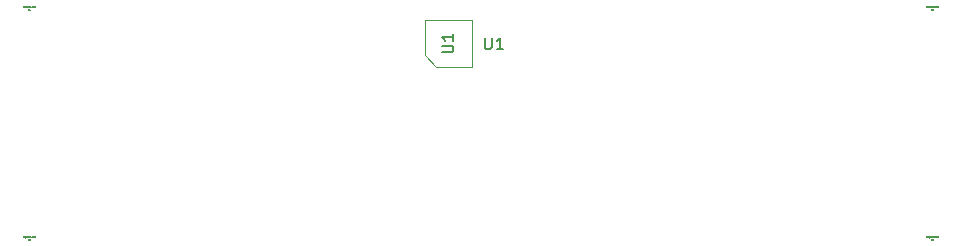
<source format=gbr>
G04 #@! TF.GenerationSoftware,KiCad,Pcbnew,5.1.9*
G04 #@! TF.CreationDate,2021-04-23T11:43:10+02:00*
G04 #@! TF.ProjectId,picsyle-R_als_868,70696373-796c-4652-9d52-5f616c735f38,rev?*
G04 #@! TF.SameCoordinates,Original*
G04 #@! TF.FileFunction,Other,Fab,Top*
%FSLAX46Y46*%
G04 Gerber Fmt 4.6, Leading zero omitted, Abs format (unit mm)*
G04 Created by KiCad (PCBNEW 5.1.9) date 2021-04-23 11:43:10*
%MOMM*%
%LPD*%
G01*
G04 APERTURE LIST*
%ADD10C,0.100000*%
%ADD11C,0.010000*%
%ADD12C,0.150000*%
G04 APERTURE END LIST*
D10*
X97002160Y-99012700D02*
X97002160Y-96012700D01*
X97002160Y-96012700D02*
X101002160Y-96012700D01*
X101002160Y-96012700D02*
X101002160Y-100012700D01*
X101002160Y-100012700D02*
X98002160Y-100012700D01*
X98002160Y-100012700D02*
X97002160Y-99012700D01*
D11*
X139923809Y-114670238D02*
X139923809Y-114570238D01*
X139923809Y-114617857D02*
X139980952Y-114617857D01*
X139980952Y-114670238D02*
X139980952Y-114570238D01*
X140071428Y-114603571D02*
X140071428Y-114670238D01*
X140047619Y-114565476D02*
X140023809Y-114636904D01*
X140085714Y-114636904D01*
X139545238Y-114353571D02*
X139545238Y-114420238D01*
X139502380Y-114353571D02*
X139502380Y-114405952D01*
X139507142Y-114415476D01*
X139516666Y-114420238D01*
X139530952Y-114420238D01*
X139540476Y-114415476D01*
X139545238Y-114410714D01*
X139592857Y-114353571D02*
X139592857Y-114420238D01*
X139592857Y-114363095D02*
X139597619Y-114358333D01*
X139607142Y-114353571D01*
X139621428Y-114353571D01*
X139630952Y-114358333D01*
X139635714Y-114367857D01*
X139635714Y-114420238D01*
X139683333Y-114353571D02*
X139683333Y-114453571D01*
X139683333Y-114358333D02*
X139692857Y-114353571D01*
X139711904Y-114353571D01*
X139721428Y-114358333D01*
X139726190Y-114363095D01*
X139730952Y-114372619D01*
X139730952Y-114401190D01*
X139726190Y-114410714D01*
X139721428Y-114415476D01*
X139711904Y-114420238D01*
X139692857Y-114420238D01*
X139683333Y-114415476D01*
X139788095Y-114420238D02*
X139778571Y-114415476D01*
X139773809Y-114405952D01*
X139773809Y-114320238D01*
X139869047Y-114420238D02*
X139869047Y-114367857D01*
X139864285Y-114358333D01*
X139854761Y-114353571D01*
X139835714Y-114353571D01*
X139826190Y-114358333D01*
X139869047Y-114415476D02*
X139859523Y-114420238D01*
X139835714Y-114420238D01*
X139826190Y-114415476D01*
X139821428Y-114405952D01*
X139821428Y-114396428D01*
X139826190Y-114386904D01*
X139835714Y-114382142D01*
X139859523Y-114382142D01*
X139869047Y-114377380D01*
X139902380Y-114353571D02*
X139940476Y-114353571D01*
X139916666Y-114320238D02*
X139916666Y-114405952D01*
X139921428Y-114415476D01*
X139930952Y-114420238D01*
X139940476Y-114420238D01*
X140011904Y-114415476D02*
X140002380Y-114420238D01*
X139983333Y-114420238D01*
X139973809Y-114415476D01*
X139969047Y-114405952D01*
X139969047Y-114367857D01*
X139973809Y-114358333D01*
X139983333Y-114353571D01*
X140002380Y-114353571D01*
X140011904Y-114358333D01*
X140016666Y-114367857D01*
X140016666Y-114377380D01*
X139969047Y-114386904D01*
X140102380Y-114420238D02*
X140102380Y-114320238D01*
X140102380Y-114415476D02*
X140092857Y-114420238D01*
X140073809Y-114420238D01*
X140064285Y-114415476D01*
X140059523Y-114410714D01*
X140054761Y-114401190D01*
X140054761Y-114372619D01*
X140059523Y-114363095D01*
X140064285Y-114358333D01*
X140073809Y-114353571D01*
X140092857Y-114353571D01*
X140102380Y-114358333D01*
X140126190Y-114429761D02*
X140202380Y-114429761D01*
X140226190Y-114420238D02*
X140226190Y-114320238D01*
X140269047Y-114420238D02*
X140269047Y-114367857D01*
X140264285Y-114358333D01*
X140254761Y-114353571D01*
X140240476Y-114353571D01*
X140230952Y-114358333D01*
X140226190Y-114363095D01*
X140330952Y-114420238D02*
X140321428Y-114415476D01*
X140316666Y-114410714D01*
X140311904Y-114401190D01*
X140311904Y-114372619D01*
X140316666Y-114363095D01*
X140321428Y-114358333D01*
X140330952Y-114353571D01*
X140345238Y-114353571D01*
X140354761Y-114358333D01*
X140359523Y-114363095D01*
X140364285Y-114372619D01*
X140364285Y-114401190D01*
X140359523Y-114410714D01*
X140354761Y-114415476D01*
X140345238Y-114420238D01*
X140330952Y-114420238D01*
X140421428Y-114420238D02*
X140411904Y-114415476D01*
X140407142Y-114405952D01*
X140407142Y-114320238D01*
X140497619Y-114415476D02*
X140488095Y-114420238D01*
X140469047Y-114420238D01*
X140459523Y-114415476D01*
X140454761Y-114405952D01*
X140454761Y-114367857D01*
X140459523Y-114358333D01*
X140469047Y-114353571D01*
X140488095Y-114353571D01*
X140497619Y-114358333D01*
X140502380Y-114367857D01*
X140502380Y-114377380D01*
X140454761Y-114386904D01*
X139923809Y-95170238D02*
X139923809Y-95070238D01*
X139923809Y-95117857D02*
X139980952Y-95117857D01*
X139980952Y-95170238D02*
X139980952Y-95070238D01*
X140019047Y-95070238D02*
X140080952Y-95070238D01*
X140047619Y-95108333D01*
X140061904Y-95108333D01*
X140071428Y-95113095D01*
X140076190Y-95117857D01*
X140080952Y-95127380D01*
X140080952Y-95151190D01*
X140076190Y-95160714D01*
X140071428Y-95165476D01*
X140061904Y-95170238D01*
X140033333Y-95170238D01*
X140023809Y-95165476D01*
X140019047Y-95160714D01*
X139545238Y-94853571D02*
X139545238Y-94920238D01*
X139502380Y-94853571D02*
X139502380Y-94905952D01*
X139507142Y-94915476D01*
X139516666Y-94920238D01*
X139530952Y-94920238D01*
X139540476Y-94915476D01*
X139545238Y-94910714D01*
X139592857Y-94853571D02*
X139592857Y-94920238D01*
X139592857Y-94863095D02*
X139597619Y-94858333D01*
X139607142Y-94853571D01*
X139621428Y-94853571D01*
X139630952Y-94858333D01*
X139635714Y-94867857D01*
X139635714Y-94920238D01*
X139683333Y-94853571D02*
X139683333Y-94953571D01*
X139683333Y-94858333D02*
X139692857Y-94853571D01*
X139711904Y-94853571D01*
X139721428Y-94858333D01*
X139726190Y-94863095D01*
X139730952Y-94872619D01*
X139730952Y-94901190D01*
X139726190Y-94910714D01*
X139721428Y-94915476D01*
X139711904Y-94920238D01*
X139692857Y-94920238D01*
X139683333Y-94915476D01*
X139788095Y-94920238D02*
X139778571Y-94915476D01*
X139773809Y-94905952D01*
X139773809Y-94820238D01*
X139869047Y-94920238D02*
X139869047Y-94867857D01*
X139864285Y-94858333D01*
X139854761Y-94853571D01*
X139835714Y-94853571D01*
X139826190Y-94858333D01*
X139869047Y-94915476D02*
X139859523Y-94920238D01*
X139835714Y-94920238D01*
X139826190Y-94915476D01*
X139821428Y-94905952D01*
X139821428Y-94896428D01*
X139826190Y-94886904D01*
X139835714Y-94882142D01*
X139859523Y-94882142D01*
X139869047Y-94877380D01*
X139902380Y-94853571D02*
X139940476Y-94853571D01*
X139916666Y-94820238D02*
X139916666Y-94905952D01*
X139921428Y-94915476D01*
X139930952Y-94920238D01*
X139940476Y-94920238D01*
X140011904Y-94915476D02*
X140002380Y-94920238D01*
X139983333Y-94920238D01*
X139973809Y-94915476D01*
X139969047Y-94905952D01*
X139969047Y-94867857D01*
X139973809Y-94858333D01*
X139983333Y-94853571D01*
X140002380Y-94853571D01*
X140011904Y-94858333D01*
X140016666Y-94867857D01*
X140016666Y-94877380D01*
X139969047Y-94886904D01*
X140102380Y-94920238D02*
X140102380Y-94820238D01*
X140102380Y-94915476D02*
X140092857Y-94920238D01*
X140073809Y-94920238D01*
X140064285Y-94915476D01*
X140059523Y-94910714D01*
X140054761Y-94901190D01*
X140054761Y-94872619D01*
X140059523Y-94863095D01*
X140064285Y-94858333D01*
X140073809Y-94853571D01*
X140092857Y-94853571D01*
X140102380Y-94858333D01*
X140126190Y-94929761D02*
X140202380Y-94929761D01*
X140226190Y-94920238D02*
X140226190Y-94820238D01*
X140269047Y-94920238D02*
X140269047Y-94867857D01*
X140264285Y-94858333D01*
X140254761Y-94853571D01*
X140240476Y-94853571D01*
X140230952Y-94858333D01*
X140226190Y-94863095D01*
X140330952Y-94920238D02*
X140321428Y-94915476D01*
X140316666Y-94910714D01*
X140311904Y-94901190D01*
X140311904Y-94872619D01*
X140316666Y-94863095D01*
X140321428Y-94858333D01*
X140330952Y-94853571D01*
X140345238Y-94853571D01*
X140354761Y-94858333D01*
X140359523Y-94863095D01*
X140364285Y-94872619D01*
X140364285Y-94901190D01*
X140359523Y-94910714D01*
X140354761Y-94915476D01*
X140345238Y-94920238D01*
X140330952Y-94920238D01*
X140421428Y-94920238D02*
X140411904Y-94915476D01*
X140407142Y-94905952D01*
X140407142Y-94820238D01*
X140497619Y-94915476D02*
X140488095Y-94920238D01*
X140469047Y-94920238D01*
X140459523Y-94915476D01*
X140454761Y-94905952D01*
X140454761Y-94867857D01*
X140459523Y-94858333D01*
X140469047Y-94853571D01*
X140488095Y-94853571D01*
X140497619Y-94858333D01*
X140502380Y-94867857D01*
X140502380Y-94877380D01*
X140454761Y-94886904D01*
X63423809Y-114670238D02*
X63423809Y-114570238D01*
X63423809Y-114617857D02*
X63480952Y-114617857D01*
X63480952Y-114670238D02*
X63480952Y-114570238D01*
X63523809Y-114579761D02*
X63528571Y-114575000D01*
X63538095Y-114570238D01*
X63561904Y-114570238D01*
X63571428Y-114575000D01*
X63576190Y-114579761D01*
X63580952Y-114589285D01*
X63580952Y-114598809D01*
X63576190Y-114613095D01*
X63519047Y-114670238D01*
X63580952Y-114670238D01*
X63045238Y-114353571D02*
X63045238Y-114420238D01*
X63002380Y-114353571D02*
X63002380Y-114405952D01*
X63007142Y-114415476D01*
X63016666Y-114420238D01*
X63030952Y-114420238D01*
X63040476Y-114415476D01*
X63045238Y-114410714D01*
X63092857Y-114353571D02*
X63092857Y-114420238D01*
X63092857Y-114363095D02*
X63097619Y-114358333D01*
X63107142Y-114353571D01*
X63121428Y-114353571D01*
X63130952Y-114358333D01*
X63135714Y-114367857D01*
X63135714Y-114420238D01*
X63183333Y-114353571D02*
X63183333Y-114453571D01*
X63183333Y-114358333D02*
X63192857Y-114353571D01*
X63211904Y-114353571D01*
X63221428Y-114358333D01*
X63226190Y-114363095D01*
X63230952Y-114372619D01*
X63230952Y-114401190D01*
X63226190Y-114410714D01*
X63221428Y-114415476D01*
X63211904Y-114420238D01*
X63192857Y-114420238D01*
X63183333Y-114415476D01*
X63288095Y-114420238D02*
X63278571Y-114415476D01*
X63273809Y-114405952D01*
X63273809Y-114320238D01*
X63369047Y-114420238D02*
X63369047Y-114367857D01*
X63364285Y-114358333D01*
X63354761Y-114353571D01*
X63335714Y-114353571D01*
X63326190Y-114358333D01*
X63369047Y-114415476D02*
X63359523Y-114420238D01*
X63335714Y-114420238D01*
X63326190Y-114415476D01*
X63321428Y-114405952D01*
X63321428Y-114396428D01*
X63326190Y-114386904D01*
X63335714Y-114382142D01*
X63359523Y-114382142D01*
X63369047Y-114377380D01*
X63402380Y-114353571D02*
X63440476Y-114353571D01*
X63416666Y-114320238D02*
X63416666Y-114405952D01*
X63421428Y-114415476D01*
X63430952Y-114420238D01*
X63440476Y-114420238D01*
X63511904Y-114415476D02*
X63502380Y-114420238D01*
X63483333Y-114420238D01*
X63473809Y-114415476D01*
X63469047Y-114405952D01*
X63469047Y-114367857D01*
X63473809Y-114358333D01*
X63483333Y-114353571D01*
X63502380Y-114353571D01*
X63511904Y-114358333D01*
X63516666Y-114367857D01*
X63516666Y-114377380D01*
X63469047Y-114386904D01*
X63602380Y-114420238D02*
X63602380Y-114320238D01*
X63602380Y-114415476D02*
X63592857Y-114420238D01*
X63573809Y-114420238D01*
X63564285Y-114415476D01*
X63559523Y-114410714D01*
X63554761Y-114401190D01*
X63554761Y-114372619D01*
X63559523Y-114363095D01*
X63564285Y-114358333D01*
X63573809Y-114353571D01*
X63592857Y-114353571D01*
X63602380Y-114358333D01*
X63626190Y-114429761D02*
X63702380Y-114429761D01*
X63726190Y-114420238D02*
X63726190Y-114320238D01*
X63769047Y-114420238D02*
X63769047Y-114367857D01*
X63764285Y-114358333D01*
X63754761Y-114353571D01*
X63740476Y-114353571D01*
X63730952Y-114358333D01*
X63726190Y-114363095D01*
X63830952Y-114420238D02*
X63821428Y-114415476D01*
X63816666Y-114410714D01*
X63811904Y-114401190D01*
X63811904Y-114372619D01*
X63816666Y-114363095D01*
X63821428Y-114358333D01*
X63830952Y-114353571D01*
X63845238Y-114353571D01*
X63854761Y-114358333D01*
X63859523Y-114363095D01*
X63864285Y-114372619D01*
X63864285Y-114401190D01*
X63859523Y-114410714D01*
X63854761Y-114415476D01*
X63845238Y-114420238D01*
X63830952Y-114420238D01*
X63921428Y-114420238D02*
X63911904Y-114415476D01*
X63907142Y-114405952D01*
X63907142Y-114320238D01*
X63997619Y-114415476D02*
X63988095Y-114420238D01*
X63969047Y-114420238D01*
X63959523Y-114415476D01*
X63954761Y-114405952D01*
X63954761Y-114367857D01*
X63959523Y-114358333D01*
X63969047Y-114353571D01*
X63988095Y-114353571D01*
X63997619Y-114358333D01*
X64002380Y-114367857D01*
X64002380Y-114377380D01*
X63954761Y-114386904D01*
X63423809Y-95170238D02*
X63423809Y-95070238D01*
X63423809Y-95117857D02*
X63480952Y-95117857D01*
X63480952Y-95170238D02*
X63480952Y-95070238D01*
X63580952Y-95170238D02*
X63523809Y-95170238D01*
X63552380Y-95170238D02*
X63552380Y-95070238D01*
X63542857Y-95084523D01*
X63533333Y-95094047D01*
X63523809Y-95098809D01*
X63045238Y-94853571D02*
X63045238Y-94920238D01*
X63002380Y-94853571D02*
X63002380Y-94905952D01*
X63007142Y-94915476D01*
X63016666Y-94920238D01*
X63030952Y-94920238D01*
X63040476Y-94915476D01*
X63045238Y-94910714D01*
X63092857Y-94853571D02*
X63092857Y-94920238D01*
X63092857Y-94863095D02*
X63097619Y-94858333D01*
X63107142Y-94853571D01*
X63121428Y-94853571D01*
X63130952Y-94858333D01*
X63135714Y-94867857D01*
X63135714Y-94920238D01*
X63183333Y-94853571D02*
X63183333Y-94953571D01*
X63183333Y-94858333D02*
X63192857Y-94853571D01*
X63211904Y-94853571D01*
X63221428Y-94858333D01*
X63226190Y-94863095D01*
X63230952Y-94872619D01*
X63230952Y-94901190D01*
X63226190Y-94910714D01*
X63221428Y-94915476D01*
X63211904Y-94920238D01*
X63192857Y-94920238D01*
X63183333Y-94915476D01*
X63288095Y-94920238D02*
X63278571Y-94915476D01*
X63273809Y-94905952D01*
X63273809Y-94820238D01*
X63369047Y-94920238D02*
X63369047Y-94867857D01*
X63364285Y-94858333D01*
X63354761Y-94853571D01*
X63335714Y-94853571D01*
X63326190Y-94858333D01*
X63369047Y-94915476D02*
X63359523Y-94920238D01*
X63335714Y-94920238D01*
X63326190Y-94915476D01*
X63321428Y-94905952D01*
X63321428Y-94896428D01*
X63326190Y-94886904D01*
X63335714Y-94882142D01*
X63359523Y-94882142D01*
X63369047Y-94877380D01*
X63402380Y-94853571D02*
X63440476Y-94853571D01*
X63416666Y-94820238D02*
X63416666Y-94905952D01*
X63421428Y-94915476D01*
X63430952Y-94920238D01*
X63440476Y-94920238D01*
X63511904Y-94915476D02*
X63502380Y-94920238D01*
X63483333Y-94920238D01*
X63473809Y-94915476D01*
X63469047Y-94905952D01*
X63469047Y-94867857D01*
X63473809Y-94858333D01*
X63483333Y-94853571D01*
X63502380Y-94853571D01*
X63511904Y-94858333D01*
X63516666Y-94867857D01*
X63516666Y-94877380D01*
X63469047Y-94886904D01*
X63602380Y-94920238D02*
X63602380Y-94820238D01*
X63602380Y-94915476D02*
X63592857Y-94920238D01*
X63573809Y-94920238D01*
X63564285Y-94915476D01*
X63559523Y-94910714D01*
X63554761Y-94901190D01*
X63554761Y-94872619D01*
X63559523Y-94863095D01*
X63564285Y-94858333D01*
X63573809Y-94853571D01*
X63592857Y-94853571D01*
X63602380Y-94858333D01*
X63626190Y-94929761D02*
X63702380Y-94929761D01*
X63726190Y-94920238D02*
X63726190Y-94820238D01*
X63769047Y-94920238D02*
X63769047Y-94867857D01*
X63764285Y-94858333D01*
X63754761Y-94853571D01*
X63740476Y-94853571D01*
X63730952Y-94858333D01*
X63726190Y-94863095D01*
X63830952Y-94920238D02*
X63821428Y-94915476D01*
X63816666Y-94910714D01*
X63811904Y-94901190D01*
X63811904Y-94872619D01*
X63816666Y-94863095D01*
X63821428Y-94858333D01*
X63830952Y-94853571D01*
X63845238Y-94853571D01*
X63854761Y-94858333D01*
X63859523Y-94863095D01*
X63864285Y-94872619D01*
X63864285Y-94901190D01*
X63859523Y-94910714D01*
X63854761Y-94915476D01*
X63845238Y-94920238D01*
X63830952Y-94920238D01*
X63921428Y-94920238D02*
X63911904Y-94915476D01*
X63907142Y-94905952D01*
X63907142Y-94820238D01*
X63997619Y-94915476D02*
X63988095Y-94920238D01*
X63969047Y-94920238D01*
X63959523Y-94915476D01*
X63954761Y-94905952D01*
X63954761Y-94867857D01*
X63959523Y-94858333D01*
X63969047Y-94853571D01*
X63988095Y-94853571D01*
X63997619Y-94858333D01*
X64002380Y-94867857D01*
X64002380Y-94877380D01*
X63954761Y-94886904D01*
D12*
X102110255Y-97535080D02*
X102110255Y-98344604D01*
X102157874Y-98439842D01*
X102205493Y-98487461D01*
X102300731Y-98535080D01*
X102491207Y-98535080D01*
X102586445Y-98487461D01*
X102634064Y-98439842D01*
X102681683Y-98344604D01*
X102681683Y-97535080D01*
X103681683Y-98535080D02*
X103110255Y-98535080D01*
X103395969Y-98535080D02*
X103395969Y-97535080D01*
X103300731Y-97677938D01*
X103205493Y-97773176D01*
X103110255Y-97820795D01*
X98454540Y-98774604D02*
X99264064Y-98774604D01*
X99359302Y-98726985D01*
X99406921Y-98679366D01*
X99454540Y-98584128D01*
X99454540Y-98393652D01*
X99406921Y-98298414D01*
X99359302Y-98250795D01*
X99264064Y-98203176D01*
X98454540Y-98203176D01*
X99454540Y-97203176D02*
X99454540Y-97774604D01*
X99454540Y-97488890D02*
X98454540Y-97488890D01*
X98597398Y-97584128D01*
X98692636Y-97679366D01*
X98740255Y-97774604D01*
M02*

</source>
